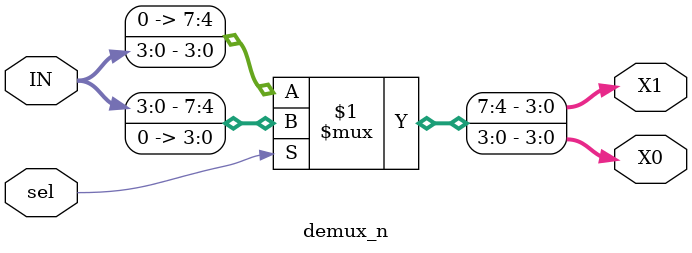
<source format=v>
module demux_n
	#(	parameter		DATA_WIDTH = 4)
	(	input		wire	sel,
		input		wire	[DATA_WIDTH-1:0]	IN,
		output	wire	[DATA_WIDTH-1:0]	X0,
		output	wire	[DATA_WIDTH-1:0]	X1
	);
	
	assign	{X1,X0}		=	sel ?	{IN,{DATA_WIDTH{1'b0}}}		:	{{DATA_WIDTH{1'b0}},IN};
	
endmodule
</source>
